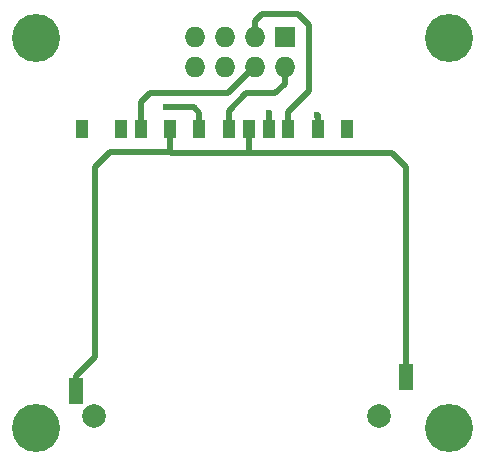
<source format=gtl>
%TF.GenerationSoftware,KiCad,Pcbnew,(after 2015-mar-04 BZR unknown)-product*%
%TF.CreationDate,2015-09-16T22:55:14+02:00*%
%TF.JobID,smoothie_sd,736D6F6F746869655F73642E6B696361,rev?*%
%TF.FileFunction,Copper,L1,Top,Signal*%
%FSLAX46Y46*%
G04 Gerber Fmt 4.6, Leading zero omitted, Abs format (unit mm)*
G04 Created by KiCad (PCBNEW (after 2015-mar-04 BZR unknown)-product) date 16/09/2015 22:55:14*
%MOMM*%
G01*
G04 APERTURE LIST*
%ADD10C,0.100000*%
%ADD11C,2.000000*%
%ADD12R,1.200000X2.200000*%
%ADD13R,1.000000X1.500000*%
%ADD14R,1.727200X1.727200*%
%ADD15O,1.727200X1.727200*%
%ADD16C,4.064000*%
%ADD17C,0.600000*%
%ADD18C,0.500000*%
G04 APERTURE END LIST*
D10*
D11*
X140065000Y-107000000D03*
X115935000Y-107000000D03*
D12*
X142400000Y-103700000D03*
X114400000Y-104900000D03*
D13*
X134875000Y-82700000D03*
X132375000Y-82700000D03*
X129075000Y-82700000D03*
X127375000Y-82700000D03*
X124875000Y-82700000D03*
X122375000Y-82700000D03*
X119950000Y-82700000D03*
X118250000Y-82700000D03*
X137375000Y-82700000D03*
X130725000Y-82700000D03*
X114900000Y-82700000D03*
D14*
X132080000Y-74930000D03*
D15*
X132080000Y-77470000D03*
X129540000Y-74930000D03*
X129540000Y-77470000D03*
X127000000Y-74930000D03*
X127000000Y-77470000D03*
X124460000Y-74930000D03*
X124460000Y-77470000D03*
D16*
X146000000Y-108000000D03*
X111000000Y-108000000D03*
X146000000Y-75000000D03*
X111000000Y-75000000D03*
D17*
X129057400Y-84683600D03*
X134848600Y-81508600D03*
X122047000Y-80822800D03*
X130733800Y-81356200D03*
D18*
X129057400Y-84683600D02*
X141198600Y-84683600D01*
X142400000Y-85885000D02*
X142400000Y-90400000D01*
X141198600Y-84683600D02*
X142400000Y-85885000D01*
X122375000Y-84625000D02*
X117279600Y-84625000D01*
X116000000Y-85904600D02*
X116000000Y-88000000D01*
X117279600Y-84625000D02*
X116000000Y-85904600D01*
X129057400Y-84683600D02*
X122433600Y-84683600D01*
X122433600Y-84683600D02*
X122375000Y-84625000D01*
X129057400Y-84683600D02*
X129075000Y-84683600D01*
X129075000Y-84683600D02*
X129057400Y-84683600D01*
X129057400Y-84683600D02*
X129075000Y-84683600D01*
X142400000Y-103700000D02*
X142400000Y-90400000D01*
X129075000Y-84683600D02*
X129075000Y-82700000D01*
X114400000Y-104900000D02*
X114400000Y-103600000D01*
X116000000Y-102000000D02*
X116000000Y-88000000D01*
X114400000Y-103600000D02*
X116000000Y-102000000D01*
X122375000Y-84625000D02*
X122375000Y-82700000D01*
X134875000Y-81535000D02*
X134875000Y-82700000D01*
X134848600Y-81508600D02*
X134875000Y-81535000D01*
X134620000Y-82445000D02*
X134875000Y-82700000D01*
X129540000Y-74930000D02*
X129540000Y-73583800D01*
X132375000Y-81289800D02*
X132375000Y-82700000D01*
X134162800Y-79502000D02*
X132375000Y-81289800D01*
X134162800Y-73863200D02*
X134162800Y-79502000D01*
X133248400Y-72948800D02*
X134162800Y-73863200D01*
X130175000Y-72948800D02*
X133248400Y-72948800D01*
X129540000Y-73583800D02*
X130175000Y-72948800D01*
X132375000Y-82950000D02*
X132375000Y-82700000D01*
X127375000Y-82700000D02*
X127375000Y-81159000D01*
X132080000Y-78892400D02*
X132080000Y-77470000D01*
X131292600Y-79679800D02*
X132080000Y-78892400D01*
X128854200Y-79679800D02*
X131292600Y-79679800D01*
X127375000Y-81159000D02*
X128854200Y-79679800D01*
X122047000Y-80822800D02*
X124383800Y-80822800D01*
X124383800Y-80822800D02*
X124875000Y-81314000D01*
X124875000Y-81314000D02*
X124875000Y-82700000D01*
X124875000Y-82950000D02*
X124875000Y-82700000D01*
X129540000Y-77470000D02*
X129514600Y-77470000D01*
X129514600Y-77470000D02*
X127304800Y-79679800D01*
X127304800Y-79679800D02*
X120650000Y-79679800D01*
X120650000Y-79679800D02*
X119950000Y-80379800D01*
X119950000Y-80379800D02*
X119950000Y-82700000D01*
X119950000Y-82450000D02*
X119950000Y-82700000D01*
X130725000Y-82700000D02*
X130725000Y-81365000D01*
X130725000Y-81365000D02*
X130733800Y-81356200D01*
M02*

</source>
